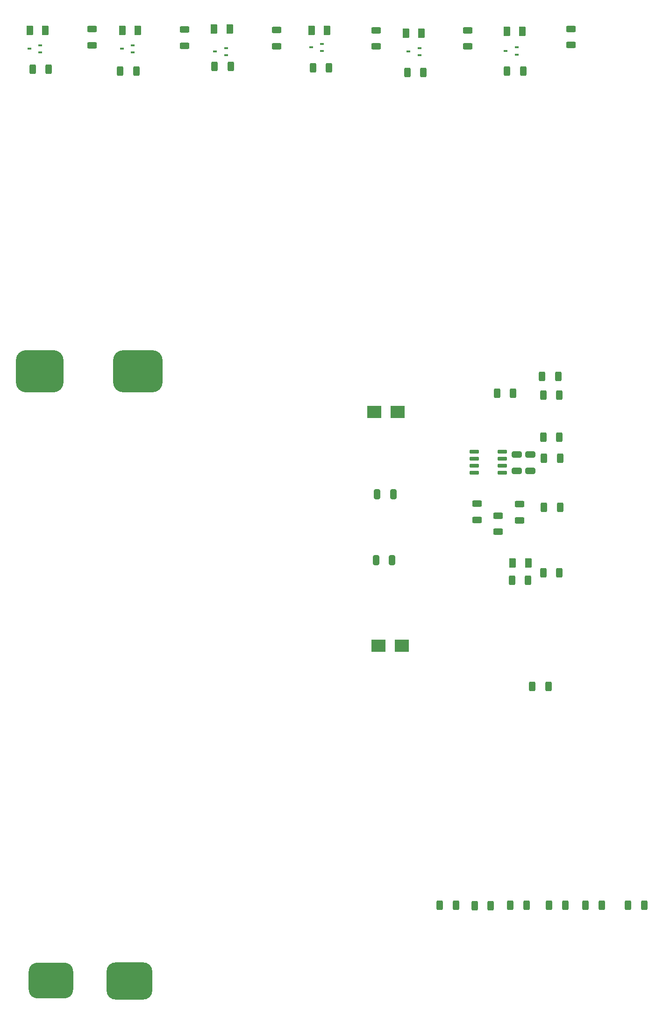
<source format=gtp>
%TF.GenerationSoftware,KiCad,Pcbnew,6.0.6-3a73a75311~116~ubuntu20.04.1*%
%TF.CreationDate,2022-07-08T20:35:28+03:00*%
%TF.ProjectId,kolos_system_2022,6b6f6c6f-735f-4737-9973-74656d5f3230,rev?*%
%TF.SameCoordinates,Original*%
%TF.FileFunction,Paste,Top*%
%TF.FilePolarity,Positive*%
%FSLAX46Y46*%
G04 Gerber Fmt 4.6, Leading zero omitted, Abs format (unit mm)*
G04 Created by KiCad (PCBNEW 6.0.6-3a73a75311~116~ubuntu20.04.1) date 2022-07-08 20:35:28*
%MOMM*%
%LPD*%
G01*
G04 APERTURE LIST*
G04 Aperture macros list*
%AMRoundRect*
0 Rectangle with rounded corners*
0 $1 Rounding radius*
0 $2 $3 $4 $5 $6 $7 $8 $9 X,Y pos of 4 corners*
0 Add a 4 corners polygon primitive as box body*
4,1,4,$2,$3,$4,$5,$6,$7,$8,$9,$2,$3,0*
0 Add four circle primitives for the rounded corners*
1,1,$1+$1,$2,$3*
1,1,$1+$1,$4,$5*
1,1,$1+$1,$6,$7*
1,1,$1+$1,$8,$9*
0 Add four rect primitives between the rounded corners*
20,1,$1+$1,$2,$3,$4,$5,0*
20,1,$1+$1,$4,$5,$6,$7,0*
20,1,$1+$1,$6,$7,$8,$9,0*
20,1,$1+$1,$8,$9,$2,$3,0*%
G04 Aperture macros list end*
%ADD10RoundRect,0.250000X0.625000X-0.312500X0.625000X0.312500X-0.625000X0.312500X-0.625000X-0.312500X0*%
%ADD11R,2.500000X2.300000*%
%ADD12R,0.700000X0.450000*%
%ADD13RoundRect,0.250000X-0.375000X-0.625000X0.375000X-0.625000X0.375000X0.625000X-0.375000X0.625000X0*%
%ADD14RoundRect,0.250000X0.312500X0.625000X-0.312500X0.625000X-0.312500X-0.625000X0.312500X-0.625000X0*%
%ADD15RoundRect,0.250000X0.650000X-0.325000X0.650000X0.325000X-0.650000X0.325000X-0.650000X-0.325000X0*%
%ADD16RoundRect,0.150000X-0.725000X-0.150000X0.725000X-0.150000X0.725000X0.150000X-0.725000X0.150000X0*%
%ADD17RoundRect,0.250000X-0.325000X-0.650000X0.325000X-0.650000X0.325000X0.650000X-0.325000X0.650000X0*%
%ADD18RoundRect,0.250000X-0.312500X-0.625000X0.312500X-0.625000X0.312500X0.625000X-0.312500X0.625000X0*%
%ADD19RoundRect,1.619250X2.413000X1.619250X-2.413000X1.619250X-2.413000X-1.619250X2.413000X-1.619250X0*%
%ADD20RoundRect,1.912938X2.420937X1.912937X-2.420937X1.912937X-2.420937X-1.912937X2.420937X-1.912937X0*%
%ADD21RoundRect,1.682750X2.476500X1.682750X-2.476500X1.682750X-2.476500X-1.682750X2.476500X-1.682750X0*%
%ADD22RoundRect,1.905000X2.603500X1.905000X-2.603500X1.905000X-2.603500X-1.905000X2.603500X-1.905000X0*%
%ADD23RoundRect,0.250000X-0.625000X0.312500X-0.625000X-0.312500X0.625000X-0.312500X0.625000X0.312500X0*%
G04 APERTURE END LIST*
D10*
%TO.C,RR1*%
X144018000Y-48579500D03*
X144018000Y-45654500D03*
%TD*%
D11*
%TO.C,D1*%
X112649000Y-115062000D03*
X108349000Y-115062000D03*
%TD*%
D12*
%TO.C,Q6*%
X47863000Y-49926000D03*
X47863000Y-48626000D03*
X45863000Y-49276000D03*
%TD*%
D13*
%TO.C,DRR1*%
X132455000Y-46101000D03*
X135255000Y-46101000D03*
%TD*%
D14*
%TO.C,R16*%
X136271000Y-145542000D03*
X133346000Y-145542000D03*
%TD*%
D13*
%TO.C,D7*%
X133477000Y-142367000D03*
X136277000Y-142367000D03*
%TD*%
D10*
%TO.C,RR5*%
X74041000Y-48706500D03*
X74041000Y-45781500D03*
%TD*%
D13*
%TO.C,DRR5*%
X62732000Y-45974000D03*
X65532000Y-45974000D03*
%TD*%
D15*
%TO.C,C5*%
X136652000Y-125681000D03*
X136652000Y-122731000D03*
%TD*%
D16*
%TO.C,UMAX1*%
X126457000Y-122223000D03*
X126457000Y-123493000D03*
X126457000Y-124763000D03*
X126457000Y-126033000D03*
X131607000Y-126033000D03*
X131607000Y-124763000D03*
X131607000Y-123493000D03*
X131607000Y-122223000D03*
%TD*%
D17*
%TO.C,C3*%
X108683000Y-141859000D03*
X111633000Y-141859000D03*
%TD*%
D12*
%TO.C,Q2*%
X116570000Y-50434000D03*
X116570000Y-49134000D03*
X114570000Y-49784000D03*
%TD*%
D13*
%TO.C,DRR3*%
X97022000Y-45974000D03*
X99822000Y-45974000D03*
%TD*%
D18*
%TO.C,RAIN3*%
X133030500Y-204359000D03*
X135955500Y-204359000D03*
%TD*%
%TO.C,R5*%
X139126500Y-132334000D03*
X142051500Y-132334000D03*
%TD*%
D12*
%TO.C,Q3*%
X98917000Y-49672000D03*
X98917000Y-48372000D03*
X96917000Y-49022000D03*
%TD*%
D14*
%TO.C,R18*%
X141736000Y-108585000D03*
X138811000Y-108585000D03*
%TD*%
D13*
%TO.C,DRR2*%
X114167000Y-46482000D03*
X116967000Y-46482000D03*
%TD*%
D18*
%TO.C,R4*%
X139126500Y-123444000D03*
X142051500Y-123444000D03*
%TD*%
%TO.C,R17*%
X130617500Y-111633000D03*
X133542500Y-111633000D03*
%TD*%
%TO.C,R3*%
X138999500Y-112014000D03*
X141924500Y-112014000D03*
%TD*%
D10*
%TO.C,RR3*%
X108712000Y-48833500D03*
X108712000Y-45908500D03*
%TD*%
D13*
%TO.C,DRR4*%
X79372000Y-45720000D03*
X82172000Y-45720000D03*
%TD*%
D19*
%TO.C,FL1*%
X49784000Y-218005438D03*
D20*
X47752000Y-107642438D03*
D21*
X64008000Y-218068938D03*
D22*
X65532000Y-107642438D03*
%TD*%
D10*
%TO.C,R7*%
X127000000Y-134558500D03*
X127000000Y-131633500D03*
%TD*%
D17*
%TO.C,C1*%
X108888000Y-129921000D03*
X111838000Y-129921000D03*
%TD*%
D14*
%TO.C,RRR4*%
X82361500Y-52451000D03*
X79436500Y-52451000D03*
%TD*%
D18*
%TO.C,RAIN2*%
X126553500Y-204395000D03*
X129478500Y-204395000D03*
%TD*%
%TO.C,RAIN1*%
X120265000Y-204343000D03*
X123190000Y-204343000D03*
%TD*%
D14*
%TO.C,RRR6*%
X49403000Y-52959000D03*
X46478000Y-52959000D03*
%TD*%
D10*
%TO.C,R11*%
X134747000Y-134624000D03*
X134747000Y-131699000D03*
%TD*%
D12*
%TO.C,Q5*%
X64627000Y-49926000D03*
X64627000Y-48626000D03*
X62627000Y-49276000D03*
%TD*%
D18*
%TO.C,R1WIRE1*%
X137029000Y-164719000D03*
X139954000Y-164719000D03*
%TD*%
D14*
%TO.C,RRR1*%
X135382000Y-53340000D03*
X132457000Y-53340000D03*
%TD*%
%TO.C,R19*%
X141924500Y-119634000D03*
X138999500Y-119634000D03*
%TD*%
%TO.C,RRR3*%
X100203000Y-52705000D03*
X97278000Y-52705000D03*
%TD*%
D11*
%TO.C,D2*%
X109102000Y-157353000D03*
X113402000Y-157353000D03*
%TD*%
D18*
%TO.C,RAIN5*%
X146681000Y-204343000D03*
X149606000Y-204343000D03*
%TD*%
D23*
%TO.C,R12*%
X130810000Y-133792500D03*
X130810000Y-136717500D03*
%TD*%
D14*
%TO.C,RRR2*%
X117286500Y-53594000D03*
X114361500Y-53594000D03*
%TD*%
D10*
%TO.C,RR6*%
X57277000Y-48645000D03*
X57277000Y-45720000D03*
%TD*%
D18*
%TO.C,RAIN4*%
X140077000Y-204343000D03*
X143002000Y-204343000D03*
%TD*%
%TO.C,RAIN6*%
X154366500Y-204343000D03*
X157291500Y-204343000D03*
%TD*%
D13*
%TO.C,DRR6*%
X45968000Y-45974000D03*
X48768000Y-45974000D03*
%TD*%
D14*
%TO.C,RRR5*%
X65278000Y-53340000D03*
X62353000Y-53340000D03*
%TD*%
D12*
%TO.C,Q1*%
X134157500Y-50307000D03*
X134157500Y-49007000D03*
X132157500Y-49657000D03*
%TD*%
D15*
%TO.C,C6*%
X134239000Y-125681000D03*
X134239000Y-122731000D03*
%TD*%
D12*
%TO.C,Q4*%
X81518000Y-50434000D03*
X81518000Y-49134000D03*
X79518000Y-49784000D03*
%TD*%
D10*
%TO.C,RR2*%
X125349000Y-48833500D03*
X125349000Y-45908500D03*
%TD*%
D18*
%TO.C,R6*%
X138999500Y-144145000D03*
X141924500Y-144145000D03*
%TD*%
D10*
%TO.C,RR4*%
X90678000Y-48772000D03*
X90678000Y-45847000D03*
%TD*%
M02*

</source>
